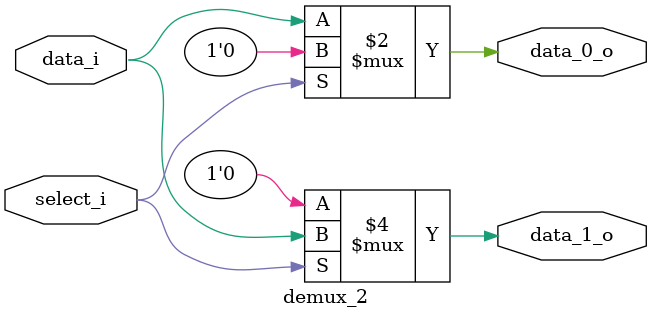
<source format=v>
`timescale 1ns / 1ps

module demux_2 # 
(
    parameter integer DATA_WIDTH = 1
)
(
    input  wire                      select_i,
    input  wire [DATA_WIDTH - 1 : 0] data_i,  
      
    output wire [DATA_WIDTH - 1 : 0] data_0_o, 
    output wire [DATA_WIDTH - 1 : 0] data_1_o  
);  
    
    assign data_0_o = (1'h0 == select_i) ? data_i : {DATA_WIDTH{1'h0}};
    assign data_1_o = (1'h1 == select_i) ? data_i : {DATA_WIDTH{1'h0}};

endmodule

</source>
